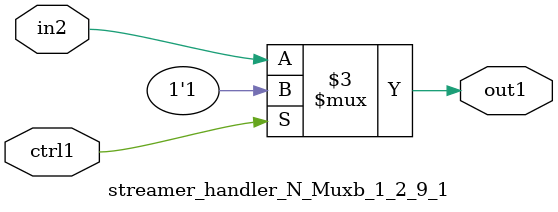
<source format=v>

`timescale 1ps / 1ps


module streamer_handler_N_Muxb_1_2_9_1( in2, ctrl1, out1 );

    input in2;
    input ctrl1;
    output out1;
    reg out1;

    
    // rtl_process:streamer_handler_N_Muxb_1_2_9_1/streamer_handler_N_Muxb_1_2_9_1_thread_1
    always @*
      begin : streamer_handler_N_Muxb_1_2_9_1_thread_1
        case (ctrl1) 
          1'b1: 
            begin
              out1 = 1'b1;
            end
          default: 
            begin
              out1 = in2;
            end
        endcase
      end

endmodule


</source>
